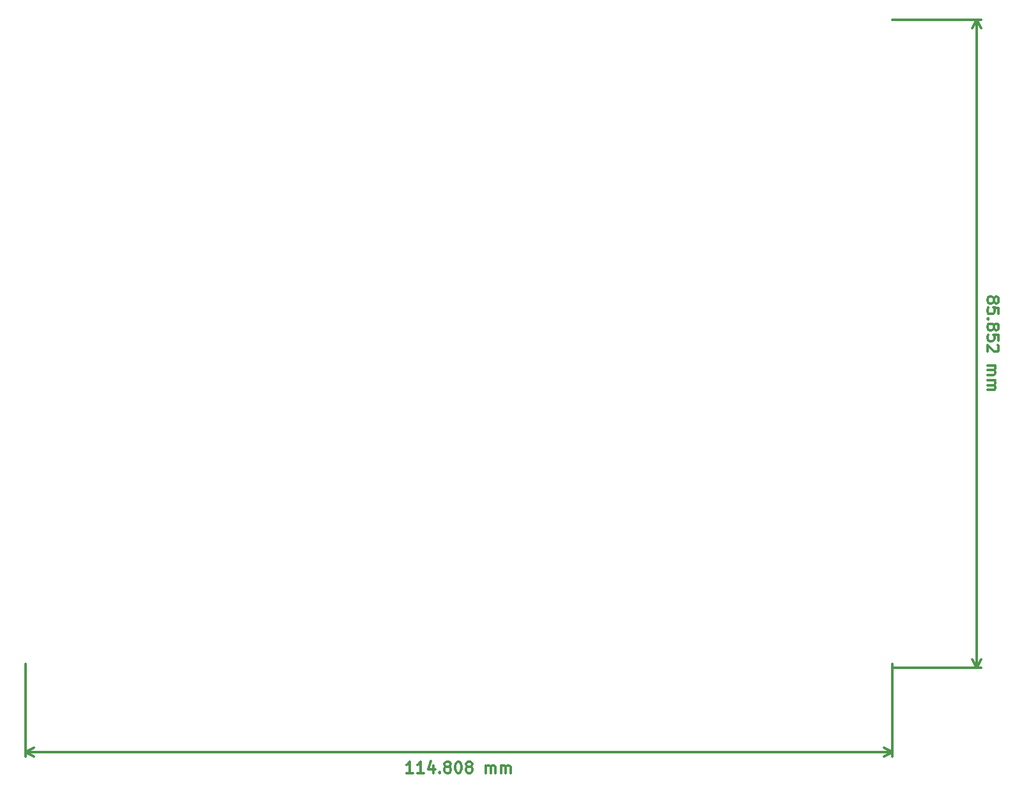
<source format=gbr>
G04 #@! TF.GenerationSoftware,KiCad,Pcbnew,5.0.1*
G04 #@! TF.CreationDate,2019-01-22T15:03:27+05:30*
G04 #@! TF.ProjectId,OpenPLC_V2,4F70656E504C435F56322E6B69636164,rev?*
G04 #@! TF.SameCoordinates,Original*
G04 #@! TF.FileFunction,Other,User*
%FSLAX46Y46*%
G04 Gerber Fmt 4.6, Leading zero omitted, Abs format (unit mm)*
G04 Created by KiCad (PCBNEW 5.0.1) date Tue 22 Jan 2019 03:03:27 PM IST*
%MOMM*%
%LPD*%
G01*
G04 APERTURE LIST*
%ADD10C,0.300000*%
G04 APERTURE END LIST*
D10*
X220210571Y-76621428D02*
X220282000Y-76478571D01*
X220353428Y-76407142D01*
X220496285Y-76335714D01*
X220567714Y-76335714D01*
X220710571Y-76407142D01*
X220782000Y-76478571D01*
X220853428Y-76621428D01*
X220853428Y-76907142D01*
X220782000Y-77050000D01*
X220710571Y-77121428D01*
X220567714Y-77192857D01*
X220496285Y-77192857D01*
X220353428Y-77121428D01*
X220282000Y-77050000D01*
X220210571Y-76907142D01*
X220210571Y-76621428D01*
X220139142Y-76478571D01*
X220067714Y-76407142D01*
X219924857Y-76335714D01*
X219639142Y-76335714D01*
X219496285Y-76407142D01*
X219424857Y-76478571D01*
X219353428Y-76621428D01*
X219353428Y-76907142D01*
X219424857Y-77050000D01*
X219496285Y-77121428D01*
X219639142Y-77192857D01*
X219924857Y-77192857D01*
X220067714Y-77121428D01*
X220139142Y-77050000D01*
X220210571Y-76907142D01*
X220853428Y-78550000D02*
X220853428Y-77835714D01*
X220139142Y-77764285D01*
X220210571Y-77835714D01*
X220282000Y-77978571D01*
X220282000Y-78335714D01*
X220210571Y-78478571D01*
X220139142Y-78550000D01*
X219996285Y-78621428D01*
X219639142Y-78621428D01*
X219496285Y-78550000D01*
X219424857Y-78478571D01*
X219353428Y-78335714D01*
X219353428Y-77978571D01*
X219424857Y-77835714D01*
X219496285Y-77764285D01*
X219496285Y-79264285D02*
X219424857Y-79335714D01*
X219353428Y-79264285D01*
X219424857Y-79192857D01*
X219496285Y-79264285D01*
X219353428Y-79264285D01*
X220210571Y-80192857D02*
X220282000Y-80050000D01*
X220353428Y-79978571D01*
X220496285Y-79907142D01*
X220567714Y-79907142D01*
X220710571Y-79978571D01*
X220782000Y-80050000D01*
X220853428Y-80192857D01*
X220853428Y-80478571D01*
X220782000Y-80621428D01*
X220710571Y-80692857D01*
X220567714Y-80764285D01*
X220496285Y-80764285D01*
X220353428Y-80692857D01*
X220282000Y-80621428D01*
X220210571Y-80478571D01*
X220210571Y-80192857D01*
X220139142Y-80050000D01*
X220067714Y-79978571D01*
X219924857Y-79907142D01*
X219639142Y-79907142D01*
X219496285Y-79978571D01*
X219424857Y-80050000D01*
X219353428Y-80192857D01*
X219353428Y-80478571D01*
X219424857Y-80621428D01*
X219496285Y-80692857D01*
X219639142Y-80764285D01*
X219924857Y-80764285D01*
X220067714Y-80692857D01*
X220139142Y-80621428D01*
X220210571Y-80478571D01*
X220853428Y-82121428D02*
X220853428Y-81407142D01*
X220139142Y-81335714D01*
X220210571Y-81407142D01*
X220282000Y-81550000D01*
X220282000Y-81907142D01*
X220210571Y-82050000D01*
X220139142Y-82121428D01*
X219996285Y-82192857D01*
X219639142Y-82192857D01*
X219496285Y-82121428D01*
X219424857Y-82050000D01*
X219353428Y-81907142D01*
X219353428Y-81550000D01*
X219424857Y-81407142D01*
X219496285Y-81335714D01*
X220710571Y-82764285D02*
X220782000Y-82835714D01*
X220853428Y-82978571D01*
X220853428Y-83335714D01*
X220782000Y-83478571D01*
X220710571Y-83550000D01*
X220567714Y-83621428D01*
X220424857Y-83621428D01*
X220210571Y-83550000D01*
X219353428Y-82692857D01*
X219353428Y-83621428D01*
X219353428Y-85407142D02*
X220353428Y-85407142D01*
X220210571Y-85407142D02*
X220282000Y-85478571D01*
X220353428Y-85621428D01*
X220353428Y-85835714D01*
X220282000Y-85978571D01*
X220139142Y-86050000D01*
X219353428Y-86050000D01*
X220139142Y-86050000D02*
X220282000Y-86121428D01*
X220353428Y-86264285D01*
X220353428Y-86478571D01*
X220282000Y-86621428D01*
X220139142Y-86692857D01*
X219353428Y-86692857D01*
X219353428Y-87407142D02*
X220353428Y-87407142D01*
X220210571Y-87407142D02*
X220282000Y-87478571D01*
X220353428Y-87621428D01*
X220353428Y-87835714D01*
X220282000Y-87978571D01*
X220139142Y-88050000D01*
X219353428Y-88050000D01*
X220139142Y-88050000D02*
X220282000Y-88121428D01*
X220353428Y-88264285D01*
X220353428Y-88478571D01*
X220282000Y-88621428D01*
X220139142Y-88692857D01*
X219353428Y-88692857D01*
X217932000Y-39624000D02*
X217932000Y-125476000D01*
X206756000Y-39624000D02*
X218518421Y-39624000D01*
X206756000Y-125476000D02*
X218518421Y-125476000D01*
X217932000Y-125476000D02*
X217345579Y-124349496D01*
X217932000Y-125476000D02*
X218518421Y-124349496D01*
X217932000Y-39624000D02*
X217345579Y-40750504D01*
X217932000Y-39624000D02*
X218518421Y-40750504D01*
X143280571Y-139430571D02*
X142423428Y-139430571D01*
X142852000Y-139430571D02*
X142852000Y-137930571D01*
X142709142Y-138144857D01*
X142566285Y-138287714D01*
X142423428Y-138359142D01*
X144709142Y-139430571D02*
X143852000Y-139430571D01*
X144280571Y-139430571D02*
X144280571Y-137930571D01*
X144137714Y-138144857D01*
X143994857Y-138287714D01*
X143852000Y-138359142D01*
X145994857Y-138430571D02*
X145994857Y-139430571D01*
X145637714Y-137859142D02*
X145280571Y-138930571D01*
X146209142Y-138930571D01*
X146780571Y-139287714D02*
X146852000Y-139359142D01*
X146780571Y-139430571D01*
X146709142Y-139359142D01*
X146780571Y-139287714D01*
X146780571Y-139430571D01*
X147709142Y-138573428D02*
X147566285Y-138502000D01*
X147494857Y-138430571D01*
X147423428Y-138287714D01*
X147423428Y-138216285D01*
X147494857Y-138073428D01*
X147566285Y-138002000D01*
X147709142Y-137930571D01*
X147994857Y-137930571D01*
X148137714Y-138002000D01*
X148209142Y-138073428D01*
X148280571Y-138216285D01*
X148280571Y-138287714D01*
X148209142Y-138430571D01*
X148137714Y-138502000D01*
X147994857Y-138573428D01*
X147709142Y-138573428D01*
X147566285Y-138644857D01*
X147494857Y-138716285D01*
X147423428Y-138859142D01*
X147423428Y-139144857D01*
X147494857Y-139287714D01*
X147566285Y-139359142D01*
X147709142Y-139430571D01*
X147994857Y-139430571D01*
X148137714Y-139359142D01*
X148209142Y-139287714D01*
X148280571Y-139144857D01*
X148280571Y-138859142D01*
X148209142Y-138716285D01*
X148137714Y-138644857D01*
X147994857Y-138573428D01*
X149209142Y-137930571D02*
X149352000Y-137930571D01*
X149494857Y-138002000D01*
X149566285Y-138073428D01*
X149637714Y-138216285D01*
X149709142Y-138502000D01*
X149709142Y-138859142D01*
X149637714Y-139144857D01*
X149566285Y-139287714D01*
X149494857Y-139359142D01*
X149352000Y-139430571D01*
X149209142Y-139430571D01*
X149066285Y-139359142D01*
X148994857Y-139287714D01*
X148923428Y-139144857D01*
X148852000Y-138859142D01*
X148852000Y-138502000D01*
X148923428Y-138216285D01*
X148994857Y-138073428D01*
X149066285Y-138002000D01*
X149209142Y-137930571D01*
X150566285Y-138573428D02*
X150423428Y-138502000D01*
X150352000Y-138430571D01*
X150280571Y-138287714D01*
X150280571Y-138216285D01*
X150352000Y-138073428D01*
X150423428Y-138002000D01*
X150566285Y-137930571D01*
X150852000Y-137930571D01*
X150994857Y-138002000D01*
X151066285Y-138073428D01*
X151137714Y-138216285D01*
X151137714Y-138287714D01*
X151066285Y-138430571D01*
X150994857Y-138502000D01*
X150852000Y-138573428D01*
X150566285Y-138573428D01*
X150423428Y-138644857D01*
X150352000Y-138716285D01*
X150280571Y-138859142D01*
X150280571Y-139144857D01*
X150352000Y-139287714D01*
X150423428Y-139359142D01*
X150566285Y-139430571D01*
X150852000Y-139430571D01*
X150994857Y-139359142D01*
X151066285Y-139287714D01*
X151137714Y-139144857D01*
X151137714Y-138859142D01*
X151066285Y-138716285D01*
X150994857Y-138644857D01*
X150852000Y-138573428D01*
X152923428Y-139430571D02*
X152923428Y-138430571D01*
X152923428Y-138573428D02*
X152994857Y-138502000D01*
X153137714Y-138430571D01*
X153352000Y-138430571D01*
X153494857Y-138502000D01*
X153566285Y-138644857D01*
X153566285Y-139430571D01*
X153566285Y-138644857D02*
X153637714Y-138502000D01*
X153780571Y-138430571D01*
X153994857Y-138430571D01*
X154137714Y-138502000D01*
X154209142Y-138644857D01*
X154209142Y-139430571D01*
X154923428Y-139430571D02*
X154923428Y-138430571D01*
X154923428Y-138573428D02*
X154994857Y-138502000D01*
X155137714Y-138430571D01*
X155352000Y-138430571D01*
X155494857Y-138502000D01*
X155566285Y-138644857D01*
X155566285Y-139430571D01*
X155566285Y-138644857D02*
X155637714Y-138502000D01*
X155780571Y-138430571D01*
X155994857Y-138430571D01*
X156137714Y-138502000D01*
X156209142Y-138644857D01*
X156209142Y-139430571D01*
X91948000Y-136652000D02*
X206756000Y-136652000D01*
X91948000Y-124968000D02*
X91948000Y-137238421D01*
X206756000Y-124968000D02*
X206756000Y-137238421D01*
X206756000Y-136652000D02*
X205629496Y-137238421D01*
X206756000Y-136652000D02*
X205629496Y-136065579D01*
X91948000Y-136652000D02*
X93074504Y-137238421D01*
X91948000Y-136652000D02*
X93074504Y-136065579D01*
M02*

</source>
